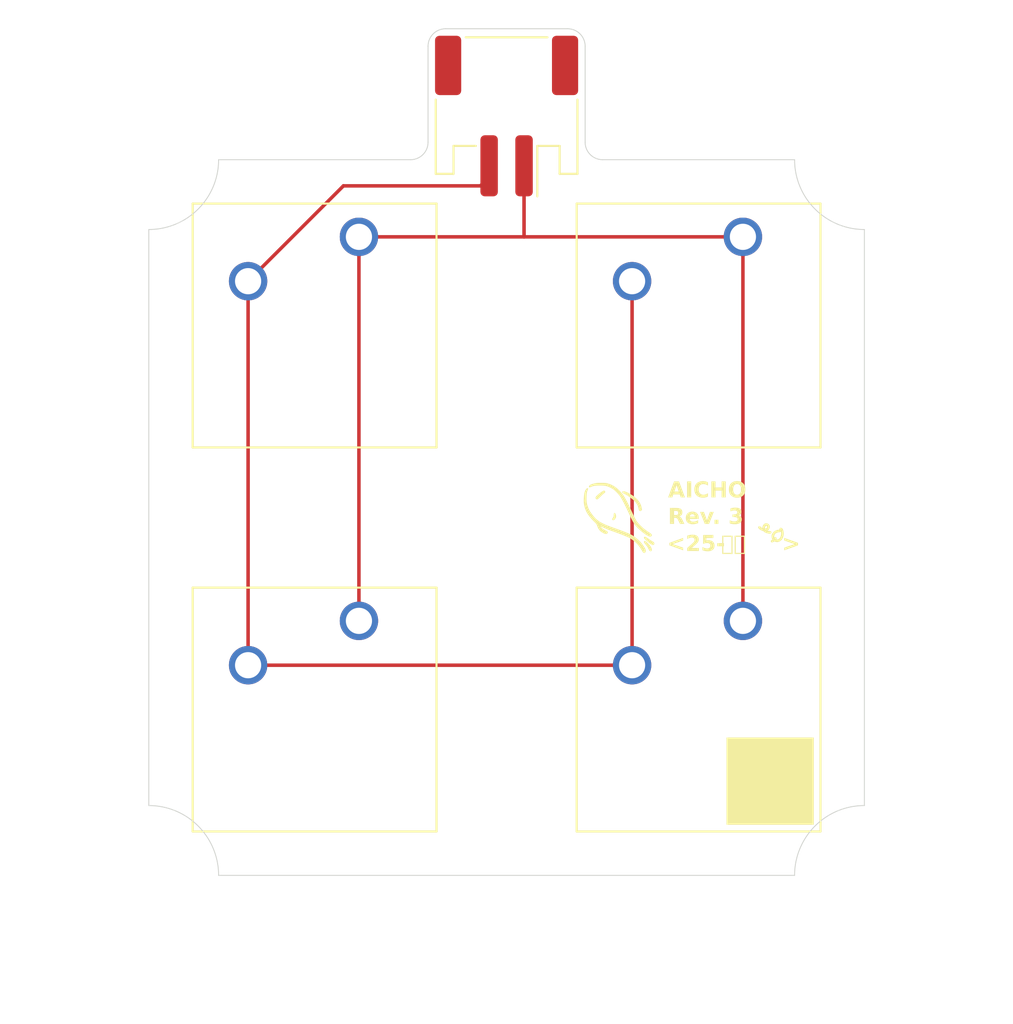
<source format=kicad_pcb>
(kicad_pcb (version 20241229) (generator "pcbnew") (generator_version "9.0")
  (layers (0 "F.Cu" signal) (2 "B.Cu" signal) (13 "F.Paste" user) (15 "B.Paste" user) (5 "F.SilkS" user "F.Silkscreen") (7 "B.SilkS" user "B.Silkscreen") (1 "F.Mask" user) (3 "B.Mask" user) (25 "Edge.Cuts" user))
  (net 0 "")
  (net 2 "Net-(J1-Pin_1)")
  (net 4 "Net-(J1-Pin_2)")
  (footprint "MountingHole:MountingHole_2mm" (layer "F.Cu") (at 139 70)
    (property "Reference" "H2" (hide yes))
    (property "Value" "MountingHole")
    (pad "" np_thru_hole circle (at 0 0) (size 2 2) (drill 2) (layers "*.Cu" "*.Mask"))
  )
  (footprint "Button_Switch_Keyboard:SW_Cherry_MX_1.00u_Plate" (layer "F.Cu") (at 111.54 53.92)
    (property "Reference" "SW1" (hide yes))
    (property "Value" "SW_Push")
    (fp_line (start -9.525 -1.905) (end 4.445 -1.905) (stroke (width 0.12)) (layer "F.SilkS"))
    (fp_line (start -9.525 12.065) (end -9.525 -1.905) (stroke (width 0.12)) (layer "F.SilkS"))
    (fp_line (start 4.445 -1.905) (end 4.445 12.065) (stroke (width 0.12)) (layer "F.SilkS"))
    (fp_line (start 4.445 12.065) (end -9.525 12.065) (stroke (width 0.12)) (layer "F.SilkS"))
    (pad "" np_thru_hole circle (at -2.54 5.08) (size 4 4) (drill 4) (layers "*.Cu" "*.Mask"))
    (pad "1" thru_hole circle (at 0 0) (size 2.2 2.2) (drill 1.5) (layers "*.Cu" "*.Mask") (net 2 "Net-(J1-Pin_1)"))
    (pad "2" thru_hole circle (at -6.35 2.54) (size 2.2 2.2) (drill 1.5) (layers "*.Cu" "*.Mask") (net 4 "Net-(J1-Pin_2)"))
  )
  (footprint "MountingHole:MountingHole_2mm" (layer "F.Cu") (at 120 89)
    (property "Reference" "H3" (hide yes))
    (property "Value" "MountingHole")
    (pad "" np_thru_hole circle (at 0 0) (size 2 2) (drill 2) (layers "*.Cu" "*.Mask"))
  )
  (footprint "Connector_JST:JST_PH_S2B-PH-SM4-TB_1x02-1MP_P2.00mm_Horizontal" (layer "F.Cu") (at 120 47 180)
    (property "Reference" "J1" (hide yes))
    (property "Value" "JST PH 2P")
    (fp_line (start 4.06 0.94) (end 4.06 -3.31) (stroke (width 0.12)) (layer "F.SilkS"))
    (fp_line (start 4.06 -3.31) (end 3.04 -3.31) (stroke (width 0.12)) (layer "F.SilkS"))
    (fp_line (start 3.04 -1.71) (end 1.76 -1.71) (stroke (width 0.12)) (layer "F.SilkS"))
    (fp_line (start 3.04 -3.31) (end 3.04 -1.71) (stroke (width 0.12)) (layer "F.SilkS"))
    (fp_line (start -1.76 -1.71) (end -1.76 -4.6) (stroke (width 0.12)) (layer "F.SilkS"))
    (fp_line (start -2.34 4.51) (end 2.34 4.51) (stroke (width 0.12)) (layer "F.SilkS"))
    (fp_line (start -3.04 -1.71) (end -1.76 -1.71) (stroke (width 0.12)) (layer "F.SilkS"))
    (fp_line (start -3.04 -3.31) (end -3.04 -1.71) (stroke (width 0.12)) (layer "F.SilkS"))
    (fp_line (start -4.06 0.94) (end -4.06 -3.31) (stroke (width 0.12)) (layer "F.SilkS"))
    (fp_line (start -4.06 -3.31) (end -3.04 -3.31) (stroke (width 0.12)) (layer "F.SilkS"))
    (pad "1" smd roundrect (at -1 -2.85 180) (size 1 3.5) (layers "F.Cu" "F.Mask" "F.Paste") (net 2 "Net-(J1-Pin_1)"))
    (pad "2" smd roundrect (at 1 -2.85 180) (size 1 3.5) (layers "F.Cu" "F.Mask" "F.Paste") (net 4 "Net-(J1-Pin_2)"))
    (pad "MP" smd roundrect (at -3.35 2.9 180) (size 1.5 3.4) (layers "F.Cu" "F.Mask" "F.Paste") (roundrect_rratio 0.166667))
    (pad "MP" smd roundrect (at 3.35 2.9 180) (size 1.5 3.4) (layers "F.Cu" "F.Mask" "F.Paste") (roundrect_rratio 0.166667))
  )
  (footprint "Button_Switch_Keyboard:SW_Cherry_MX_1.00u_Plate" (layer "F.Cu") (at 111.54 75.92)
    (property "Reference" "SW3" (hide yes))
    (property "Value" "SW_Push")
    (fp_line (start -9.525 -1.905) (end 4.445 -1.905) (stroke (width 0.12)) (layer "F.SilkS"))
    (fp_line (start -9.525 12.065) (end -9.525 -1.905) (stroke (width 0.12)) (layer "F.SilkS"))
    (fp_line (start 4.445 -1.905) (end 4.445 12.065) (stroke (width 0.12)) (layer "F.SilkS"))
    (fp_line (start 4.445 12.065) (end -9.525 12.065) (stroke (width 0.12)) (layer "F.SilkS"))
    (pad "" np_thru_hole circle (at -2.54 5.08) (size 4 4) (drill 4) (layers "*.Cu" "*.Mask"))
    (pad "1" thru_hole circle (at 0 0) (size 2.2 2.2) (drill 1.5) (layers "*.Cu" "*.Mask") (net 2 "Net-(J1-Pin_1)"))
    (pad "2" thru_hole circle (at -6.35 2.54) (size 2.2 2.2) (drill 1.5) (layers "*.Cu" "*.Mask") (net 4 "Net-(J1-Pin_2)"))
  )
  (footprint "LOGO" (layer "F.Cu") (at 126.5 70.1)
    (property "Reference" "G***" (hide yes))
    (property "Value" "LOGO" (hide yes))
    (fp_poly (pts (xy -0.296314 -0.358944) (xy -0.271512 -0.337352) (xy -0.249816 -0.28881) (xy -0.246414 -0.277875) (xy -0.229096 -0.203186) (xy -0.227756 -0.142715) (xy -0.242721 -0.087317) (xy -0.254093 -0.06308) (xy -0.291995 -0.004781) (xy -0.333978 0.035399) (xy -0.376076 0.05519) (xy -0.414322 0.052321) (xy -0.433178 0.03938) (xy -0.44904 0.005196) (xy -0.442267 -0.038581) (xy -0.413917 -0.086384) (xy -0.407862 -0.093566) (xy -0.384961 -0.122564) (xy -0.372243 -0.150235) (xy -0.366786 -0.186566) (xy -0.36567 -0.237858) (xy -0.361927 -0.303387) (xy -0.349855 -0.343898) (xy -0.328185 -0.36161)) (fill yes) (layer "F.SilkS"))
    (fp_poly (pts (xy 1.451797 1.249818) (xy 1.493627 1.276981) (xy 1.548017 1.323451) (xy 1.597793 1.371093) (xy 1.681727 1.461538) (xy 1.747339 1.548365) (xy 1.793402 1.629161) (xy 1.81869 1.701515) (xy 1.821975 1.763013) (xy 1.812813 1.793827) (xy 1.784283 1.829834) (xy 1.74804 1.839976) (xy 1.708193 1.82391) (xy 1.686754 1.804361) (xy 1.658377 1.763986) (xy 1.634967 1.716013) (xy 1.632384 1.708804) (xy 1.599117 1.635982) (xy 1.544148 1.549844) (xy 1.46908 1.452816) (xy 1.441897 1.420813) (xy 1.394914 1.360776) (xy 1.370578 1.314197) (xy 1.368259 1.27874) (xy 1.387328 1.25207) (xy 1.39496 1.246753) (xy 1.419812 1.240296)) (fill yes) (layer "F.SilkS"))
    (fp_poly (pts (xy -0.882439 -1.633327) (xy -0.856019 -1.603505) (xy -0.847386 -1.56616) (xy -0.848816 -1.557337) (xy -0.864575 -1.531328) (xy -0.89642 -1.499221) (xy -0.92432 -1.477425) (xy -0.959251 -1.449729) (xy -1.007569 -1.406893) (xy -1.063429 -1.354305) (xy -1.120986 -1.297353) (xy -1.133187 -1.284884) (xy -1.198234 -1.219841) (xy -1.248669 -1.174772) (xy -1.287895 -1.148043) (xy -1.319315 -1.138025) (xy -1.346329 -1.143083) (xy -1.372339 -1.161588) (xy -1.378294 -1.167331) (xy -1.401814 -1.202526) (xy -1.404502 -1.242019) (xy -1.385405 -1.287519) (xy -1.34357 -1.34074) (xy -1.278042 -1.403388) (xy -1.219458 -1.452253) (xy -1.124585 -1.525888) (xy -1.044804 -1.582702) (xy -0.98146 -1.621832) (xy -0.935899 -1.642413) (xy -0.918639 -1.645515)) (fill yes) (layer "F.SilkS"))
    (fp_poly (pts (xy 1.443767 1.003179) (xy 1.480915 1.018449) (xy 1.531059 1.047871) (xy 1.597892 1.093098) (xy 1.624419 1.111903) (xy 1.686496 1.155067) (xy 1.74772 1.195584) (xy 1.800506 1.228549) (xy 1.833643 1.247254) (xy 1.879872 1.273847) (xy 1.920596 1.302417) (xy 1.935607 1.315504) (xy 1.962563 1.357239) (xy 1.968316 1.40179) (xy 1.95274 1.44071) (xy 1.937735 1.45485) (xy 1.906769 1.471707) (xy 1.876065 1.474173) (xy 1.836788 1.461622) (xy 1.802772 1.445263) (xy 1.756017 1.416995) (xy 1.694645 1.373595) (xy 1.624278 1.319469) (xy 1.550533 1.259023) (xy 1.479035 1.196661) (xy 1.441876 1.16236) (xy 1.392899 1.110162) (xy 1.368541 1.068605) (xy 1.368217 1.035833) (xy 1.391349 1.009988) (xy 1.393698 1.008474) (xy 1.415926 1.000406)) (fill yes) (layer "F.SilkS"))
    (fp_poly (pts (xy 0.272526 -1.597032) (xy 0.343872 -1.573166) (xy 0.424003 -1.538458) (xy 0.510337 -1.494325) (xy 0.600294 -1.442181) (xy 0.691295 -1.383443) (xy 0.780762 -1.319524) (xy 0.866112 -1.251842) (xy 0.944766 -1.18181) (xy 1.014144 -1.110844) (xy 1.071666 -1.040359) (xy 1.075284 -1.035338) (xy 1.155111 -0.907108) (xy 1.209503 -0.780565) (xy 1.240436 -0.651085) (xy 1.240915 -0.647847) (xy 1.257905 -0.531279) (xy 1.218866 -0.497699) (xy 1.176064 -0.469975) (xy 1.139317 -0.468218) (xy 1.104048 -0.492354) (xy 1.100817 -0.495764) (xy 1.077944 -0.53694) (xy 1.060143 -0.605162) (xy 1.055884 -0.630411) (xy 1.028417 -0.741195) (xy 0.979575 -0.847633) (xy 0.907597 -0.95251) (xy 0.810724 -1.05861) (xy 0.748809 -1.116184) (xy 0.686966 -1.167755) (xy 0.613162 -1.224194) (xy 0.532779 -1.281879) (xy 0.451197 -1.337189) (xy 0.373799 -1.386505) (xy 0.305967 -1.426205) (xy 0.253081 -1.452669) (xy 0.242197 -1.457025) (xy 0.180551 -1.484053) (xy 0.143531 -1.511689) (xy 0.127729 -1.542844) (xy 0.126578 -1.555782) (xy 0.13699 -1.589433) (xy 0.166505 -1.606581) (xy 0.212544 -1.608642)) (fill yes) (layer "F.SilkS"))
    (fp_poly (pts (xy -0.984528 -2.087022) (xy -0.908311 -2.085406) (xy -0.848375 -2.082071) (xy -0.798804 -2.076541) (xy -0.753679 -2.068335) (xy -0.708017 -2.05723) (xy -0.534637 -1.997975) (xy -0.368934 -1.913776) (xy -0.210081 -1.804006) (xy -0.057246 -1.668039) (xy 0.090401 -1.505246) (xy 0.186162 -1.381777) (xy 0.22211 -1.327668) (xy 0.267524 -1.251289) (xy 0.320579 -1.156138) (xy 0.379452 -1.045709) (xy 0.442318 -0.923497) (xy 0.507355 -0.792998) (xy 0.572738 -0.657707) (xy 0.636644 -0.521119) (xy 0.646654 -0.49928) (xy 0.720093 -0.340764) (xy 0.784716 -0.206087) (xy 0.841767 -0.092821) (xy 0.89249 0.001467) (xy 0.93813 0.079201) (xy 0.962595 0.117406) (xy 1.026868 0.203091) (xy 1.110351 0.297445) (xy 1.207691 0.395431) (xy 1.313534 0.492012) (xy 1.422527 0.582151) (xy 1.529316 0.660812) (xy 1.566306 0.685424) (xy 1.623481 0.722308) (xy 1.681399 0.759759) (xy 1.728572 0.790347) (xy 1.733113 0.7933) (xy 1.786634 0.837199) (xy 1.816437 0.882051) (xy 1.821881 0.924774) (xy 1.802326 0.962281) (xy 1.772696 0.984174) (xy 1.744388 0.995464) (xy 1.714709 0.995717) (xy 1.673176 0.984457) (xy 1.657388 0.97896) (xy 1.584104 0.945594) (xy 1.49686 0.894117) (xy 1.39985 0.827906) (xy 1.29727 0.750335) (xy 1.193311 0.664782) (xy 1.09217 0.574621) (xy 0.998037 0.483228) (xy 0.915111 0.39398) (xy 0.882254 0.355031) (xy 0.840163 0.300337) (xy 0.798626 0.239726) (xy 0.755977 0.170135) (xy 0.710556 0.088497) (xy 0.660697 -0.008252) (xy 0.604737 -0.123177) (xy 0.541012 -0.259344) (xy 0.498773 -0.351605) (xy 0.413986 -0.535124) (xy 0.332103 -0.706741) (xy 0.254325 -0.864133) (xy 0.181846 -1.004978) (xy 0.115871 -1.126954) (xy 0.057595 -1.227737) (xy 0.00822 -1.305006) (xy 0.0017 -1.314361) (xy -0.05702 -1.39087) (xy -0.127408 -1.47225) (xy -0.203661 -1.552586) (xy -0.279975 -1.625965) (xy -0.350549 -1.686473) (xy -0.39614 -1.719796) (xy -0.538342 -1.803136) (xy -0.680105 -1.867321) (xy -0.780974 -1.900634) (xy -0.827826 -1.912243) (xy -0.874073 -1.920638) (xy -0.925749 -1.926347) (xy -0.988889 -1.929896) (xy -1.069527 -1.93181) (xy -1.146234 -1.932498) (xy -1.276832 -1.931273) (xy -1.384591 -1.925556) (xy -1.47456 -1.914553) (xy -1.551784 -1.89747) (xy -1.62131 -1.873515) (xy -1.673315 -1.849612) (xy -1.715226 -1.830314) (xy -1.741679 -1.82455) (xy -1.760999 -1.830836) (xy -1.764617 -1.833318) (xy -1.78392 -1.861684) (xy -1.778445 -1.897662) (xy -1.74933 -1.93793) (xy -1.720102 -1.963442) (xy -1.680582 -1.988512) (xy -1.629695 -2.010664) (xy -1.561253 -2.032291) (xy -1.502107 -2.047775) (xy -1.442088 -2.062087) (xy -1.390631 -2.072473) (xy -1.341116 -2.079558) (xy -1.286925 -2.083966) (xy -1.221439 -2.086326) (xy -1.138038 -2.08726) (xy -1.082945 -2.087393)) (fill yes) (layer "F.SilkS"))
    (fp_poly (pts (xy -1.835594 -1.7757) (xy -1.828219 -1.74601) (xy -1.838834 -1.699609) (xy -1.856888 -1.658775) (xy -1.877946 -1.609299) (xy -1.893924 -1.551202) (xy -1.905574 -1.479737) (xy -1.913651 -1.390156) (xy -1.91891 -1.277712) (xy -1.919287 -1.26578) (xy -1.920837 -1.145244) (xy -1.916696 -1.043741) (xy -1.905856 -0.952566) (xy -1.887309 -0.863017) (xy -1.862249 -0.773532) (xy -1.823686 -0.660222) (xy -1.780028 -0.55915) (xy -1.726846 -0.461887) (xy -1.65971 -0.360005) (xy -1.607248 -0.288316) (xy -1.530611 -0.189932) (xy -1.461507 -0.109351) (xy -1.393499 -0.039963) (xy -1.320149 0.024844) (xy -1.243197 0.085512) (xy -1.147666 0.149438) (xy -1.026123 0.216662) (xy -0.880378 0.286354) (xy -0.712245 0.357691) (xy -0.523534 0.429846) (xy -0.36567 0.485333) (xy -0.272605 0.517606) (xy -0.167821 0.555112) (xy -0.055488 0.596257) (xy 0.060224 0.639439) (xy 0.17515 0.683061) (xy 0.285116 0.725525) (xy 0.385955 0.765232) (xy 0.473497 0.800585) (xy 0.543573 0.829985) (xy 0.592012 0.851832) (xy 0.59773 0.854647) (xy 0.683462 0.903058) (xy 0.780307 0.966613) (xy 0.881566 1.040139) (xy 0.980541 1.118471) (xy 1.070533 1.196438) (xy 1.144842 1.268873) (xy 1.168684 1.295154) (xy 1.228154 1.367723) (xy 1.290868 1.450781) (xy 1.351202 1.536365) (xy 1.403529 1.616512) (xy 1.440219 1.679459) (xy 1.466072 1.74443) (xy 1.47493 1.805224) (xy 1.468619 1.857912) (xy 1.448965 1.898561) (xy 1.417793 1.923242) (xy 1.376929 1.928025) (xy 1.332423 1.911518) (xy 1.312681 1.89143) (xy 1.287955 1.854894) (xy 1.270939 1.824044) (xy 1.233831 1.757649) (xy 1.18411 1.678987) (xy 1.127256 1.59587) (xy 1.068757 1.51611) (xy 1.01409 1.44752) (xy 0.979399 1.40862) (xy 0.915439 1.347401) (xy 0.83486 1.278279) (xy 0.745393 1.207438) (xy 0.654765 1.141061) (xy 0.592603 1.099162) (xy 0.548228 1.074442) (xy 0.480705 1.041991) (xy 0.393492 1.003204) (xy 0.290046 0.959477) (xy 0.173827 0.912205) (xy 0.048292 0.862783) (xy -0.0831 0.812605) (xy -0.21689 0.763068) (xy -0.349621 0.715565) (xy -0.412688 0.693639) (xy -0.514589 0.657322) (xy -0.626364 0.615381) (xy -0.738027 0.5717) (xy -0.839592 0.530157) (xy -0.897019 0.505451) (xy -0.969212 0.473878) (xy -1.031936 0.447134) (xy -1.080923 0.426982) (xy -1.111902 0.415188) (xy -1.120841 0.412942) (xy -1.113519 0.423955) (xy -1.090091 0.44936) (xy -1.055042 0.484386) (xy -1.04125 0.497662) (xy -0.936377 0.579868) (xy -0.853777 0.624986) (xy -0.80175 0.650251) (xy -0.757696 0.674446) (xy -0.729748 0.693041) (xy -0.726806 0.695691) (xy -0.705959 0.73427) (xy -0.708702 0.77837) (xy -0.732983 0.81737) (xy -0.772885 0.838512) (xy -0.826766 0.840304) (xy -0.890631 0.825032) (xy -0.960492 0.794985) (xy -1.032354 0.752449) (xy -1.102226 0.699713) (xy -1.166114 0.639065) (xy -1.220027 0.572792) (xy -1.251899 0.520019) (xy -1.273613 0.472683) (xy -1.297801 0.412875) (xy -1.315654 0.363762) (xy -1.329138 0.326906) (xy -1.343975 0.295606) (xy -1.363767 0.265216) (xy -1.392117 0.23109) (xy -1.432626 0.188583) (xy -1.488891 0.133047) (xy -1.511536 0.111064) (xy -1.637616 -0.020273) (xy -1.751559 -0.15729) (xy -1.8493 -0.294603) (xy -1.926777 -0.426829) (xy -1.944161 -0.461944) (xy -1.99952 -0.599078) (xy -2.042373 -0.74687) (xy -2.070381 -0.895363) (xy -2.081209 -1.034604) (xy -2.081262 -1.045769) (xy -2.078762 -1.151159) (xy -2.072123 -1.261447) (xy -2.062129 -1.368044) (xy -2.049561 -1.46236) (xy -2.03755 -1.525969) (xy -2.013717 -1.604244) (xy -1.981448 -1.67404) (xy -1.943908 -1.730695) (xy -1.904264 -1.769543) (xy -1.865682 -1.785921) (xy -1.860879 -1.786157)) (fill yes) (layer "F.SilkS"))
  )
  (footprint "MountingHole:MountingHole_2mm" (layer "F.Cu") (at 101 70)
    (property "Reference" "H1" (hide yes))
    (property "Value" "MountingHole")
    (pad "" np_thru_hole circle (at 0 0) (size 2 2) (drill 2) (layers "*.Cu" "*.Mask"))
  )
  (footprint "Button_Switch_Keyboard:SW_Cherry_MX_1.00u_Plate" (layer "F.Cu") (at 133.54 53.92)
    (property "Reference" "SW2" (hide yes))
    (property "Value" "SW_Push")
    (fp_line (start -9.525 -1.905) (end 4.445 -1.905) (stroke (width 0.12)) (layer "F.SilkS"))
    (fp_line (start -9.525 12.065) (end -9.525 -1.905) (stroke (width 0.12)) (layer "F.SilkS"))
    (fp_line (start 4.445 -1.905) (end 4.445 12.065) (stroke (width 0.12)) (layer "F.SilkS"))
    (fp_line (start 4.445 12.065) (end -9.525 12.065) (stroke (width 0.12)) (layer "F.SilkS"))
    (pad "" np_thru_hole circle (at -2.54 5.08) (size 4 4) (drill 4) (layers "*.Cu" "*.Mask"))
    (pad "1" thru_hole circle (at 0 0) (size 2.2 2.2) (drill 1.5) (layers "*.Cu" "*.Mask") (net 2 "Net-(J1-Pin_1)"))
    (pad "2" thru_hole circle (at -6.35 2.54) (size 2.2 2.2) (drill 1.5) (layers "*.Cu" "*.Mask") (net 4 "Net-(J1-Pin_2)"))
  )
  (footprint "Button_Switch_Keyboard:SW_Cherry_MX_1.00u_Plate" (layer "F.Cu") (at 133.54 75.92)
    (property "Reference" "SW4" (hide yes))
    (property "Value" "SW_Push")
    (fp_line (start -9.525 -1.905) (end 4.445 -1.905) (stroke (width 0.12)) (layer "F.SilkS"))
    (fp_line (start -9.525 12.065) (end -9.525 -1.905) (stroke (width 0.12)) (layer "F.SilkS"))
    (fp_line (start 4.445 -1.905) (end 4.445 12.065) (stroke (width 0.12)) (layer "F.SilkS"))
    (fp_line (start 4.445 12.065) (end -9.525 12.065) (stroke (width 0.12)) (layer "F.SilkS"))
    (pad "" np_thru_hole circle (at -2.54 5.08) (size 4 4) (drill 4) (layers "*.Cu" "*.Mask"))
    (pad "1" thru_hole circle (at 0 0) (size 2.2 2.2) (drill 1.5) (layers "*.Cu" "*.Mask") (net 2 "Net-(J1-Pin_1)"))
    (pad "2" thru_hole circle (at -6.35 2.54) (size 2.2 2.2) (drill 1.5) (layers "*.Cu" "*.Mask") (net 4 "Net-(J1-Pin_2)"))
  )
  (gr_arc (start 135.394226 71.193559) (mid 135.315804 71.2868) (end 135.215223 71.355554) (stroke (width 0.15)) (layer "F.SilkS"))
  (gr_arc (start 135.684226 71.243559) (mid 135.3915 71.306345) (end 135.264182 71.035382) (stroke (width 0.15)) (layer "F.SilkS"))
  (gr_arc (start 134.834226 70.783559) (mid 134.732874 70.637876) (end 134.770594 70.46446) (stroke (width 0.15)) (layer "F.SilkS"))
  (gr_arc (start 135.1 70.849998) (mid 134.971997 70.83705) (end 134.850594 70.79446) (stroke (width 0.15)) (layer "F.SilkS"))
  (gr_arc (start 135.708243 70.659542) (mid 135.674821 70.740137) (end 135.594226 70.773559) (stroke (width 0.15)) (layer "F.SilkS"))
  (gr_rect (start 132.6 82.6) (end 137.6 87.6) (fill yes) (layer "F.SilkS"))
  (gr_arc (start 134.850594 70.70446) (mid 134.652191 70.681355) (end 134.488849 70.56639) (stroke (width 0.15)) (layer "F.SilkS"))
  (gr_arc (start 135.254226 71.043559) (mid 135.368086 70.861713) (end 135.56494 70.776389) (stroke (width 0.15)) (layer "F.SilkS"))
  (gr_arc (start 135.7513 70.684939) (mid 135.802799 70.954161) (end 135.714226 71.213559) (stroke (width 0.15)) (layer "F.SilkS"))
  (gr_arc (start 134.782825 70.455799) (mid 134.896159 70.40162) (end 134.990593 70.48446) (stroke (width 0.15)) (layer "F.SilkS"))
  (gr_arc (start 135.000593 70.491556) (mid 134.977769 70.622526) (end 134.873075 70.70446) (stroke (width 0.15)) (layer "F.SilkS"))
  (gr_line (start 115.5 48.5) (end 115.5 43) (stroke (width 0.05)) (layer "Edge.Cuts"))
  (gr_arc (start 115.5 48.5) (mid 115.207107 49.207107) (end 114.5 49.5) (stroke (width 0.05)) (layer "Edge.Cuts"))
  (gr_arc (start 115.5 43) (mid 115.792893 42.292893) (end 116.5 42) (stroke (width 0.05)) (layer "Edge.Cuts"))
  (gr_line (start 99.5 53.5) (end 99.5 86.5) (stroke (width 0.05)) (layer "Edge.Cuts"))
  (gr_line (start 124.5 43) (end 124.5 48.5) (stroke (width 0.05)) (layer "Edge.Cuts"))
  (gr_line (start 140.5 86.5) (end 140.5 53.5) (stroke (width 0.05)) (layer "Edge.Cuts"))
  (gr_arc (start 136.5 90.5) (mid 137.671573 87.671573) (end 140.5 86.5) (stroke (width 0.05)) (layer "Edge.Cuts"))
  (gr_arc (start 123.5 42) (mid 124.207107 42.292893) (end 124.5 43) (stroke (width 0.05)) (layer "Edge.Cuts"))
  (gr_line (start 125.5 49.5) (end 136.5 49.5) (stroke (width 0.05)) (layer "Edge.Cuts"))
  (gr_line (start 103.5 90.5) (end 136.5 90.5) (stroke (width 0.05)) (layer "Edge.Cuts"))
  (gr_arc (start 99.5 86.5) (mid 102.328427 87.671573) (end 103.5 90.5) (stroke (width 0.05)) (layer "Edge.Cuts"))
  (gr_line (start 103.5 49.5) (end 114.5 49.5) (stroke (width 0.05)) (layer "Edge.Cuts"))
  (gr_arc (start 125.5 49.5) (mid 124.792893 49.207107) (end 124.5 48.5) (stroke (width 0.05)) (layer "Edge.Cuts"))
  (gr_arc (start 103.5 49.5) (mid 102.328427 52.328427) (end 99.5 53.5) (stroke (width 0.05)) (layer "Edge.Cuts"))
  (gr_line (start 116.5 42) (end 123.5 42) (stroke (width 0.05)) (layer "Edge.Cuts"))
  (gr_arc (start 140.5 53.5) (mid 137.671573 52.328427) (end 136.5 49.5) (stroke (width 0.05)) (layer "Edge.Cuts"))
  (gr_text "AICHO" (at 129.25 69 0) (layer "F.SilkS") (effects (font (size 0.9 0.9) (thickness 0.2) (bold yes) (italic yes)) (justify left bottom)))
  (gr_text "Rev. 3" (at 129.243527 70.520316 0) (layer "F.SilkS") (effects (font (size 0.9 0.9) (thickness 0.2) (bold yes)) (justify left bottom)))
  (gr_text ">" (at 135.773527 72.070316 0) (layer "F.SilkS") (effects (font (size 0.9 0.9) (thickness 0.18) (bold yes)) (justify left bottom)))
  (gr_text "秋分" (at 132.293527 72.020316 0) (layer "F.SilkS") (effects (font (size 0.85 0.85) (thickness 0.18) (bold yes)) (justify left bottom)))
  (gr_text "<25-" (at 129.193527 72.070316 0) (layer "F.SilkS") (effects (font (size 0.9 0.9) (thickness 0.18) (bold yes)) (justify left bottom)))
  (segment (start 121 49.85) (end 121 53.92) (width 0.2) (layer "F.Cu") (net 2))
  (segment (start 133.54 75.92) (end 133.54 53.92) (width 0.2) (layer "F.Cu") (net 2))
  (segment (start 121 53.92) (end 133.54 53.92) (width 0.2) (layer "F.Cu") (net 2))
  (segment (start 111.54 53.92) (end 121 53.92) (width 0.2) (layer "F.Cu") (net 2))
  (segment (start 111.54 53.92) (end 111.54 75.92) (width 0.2) (layer "F.Cu") (net 2))
  (segment (start 105.19 78.46) (end 127.19 78.46) (width 0.2) (layer "F.Cu") (net 4))
  (segment (start 110.65 51) (end 118.5 51) (width 0.2) (layer "F.Cu") (net 4))
  (segment (start 105.19 56.46) (end 105.19 78.46) (width 0.2) (layer "F.Cu") (net 4))
  (segment (start 105.19 56.46) (end 110.65 51) (width 0.2) (layer "F.Cu") (net 4))
  (segment (start 118.5 51) (end 119 50.5) (width 0.2) (layer "F.Cu") (net 4))
  (segment (start 127.19 78.46) (end 127.19 56.46) (width 0.2) (layer "F.Cu") (net 4))
  (segment (start 119 50.5) (end 119 49.85) (width 0.2) (layer "F.Cu") (net 4))
)
</source>
